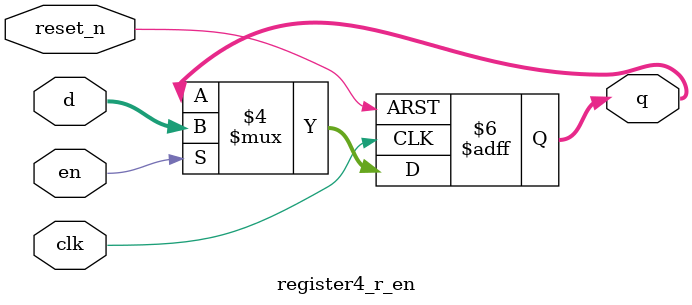
<source format=v>
module register4_r_en(clk, reset_n, en, d, q);
	input clk, reset_n, en;
	input [3:0] d;
	output reg [3:0] q;
	
	always@(posedge clk or negedge reset_n)
	begin
		if(reset_n == 0) q <= 3'b0; // reset_n == 0; output is 0
		else if(en) q <= d; // en == 1; register acts like DFF
		else q <= q; // en == 0; output maintains previous value
	end
	
endmodule
</source>
